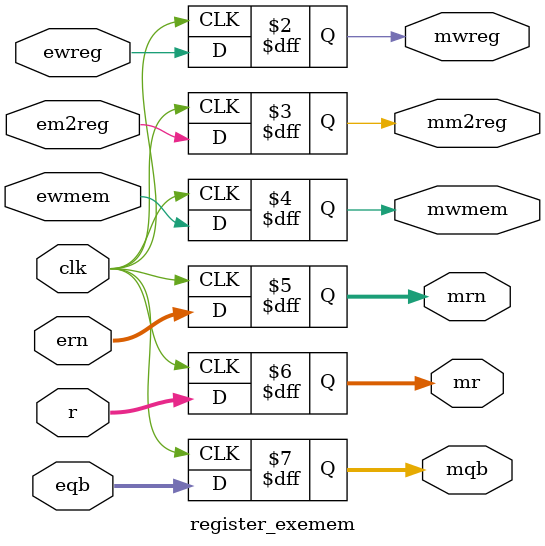
<source format=v>
`timescale 1ns / 1ps

module register_exemem(
    input clk,

    input ewreg, 
    input em2reg, 
    input ewmem, 
    input [4:0] ern,
    input [31:0] r,
    input [31:0] eqb,

    output reg mwreg, 
    output reg mm2reg, 
    output reg mwmem, 
    output reg [4:0] mrn,
    output reg [31:0] mr,
    output reg [31:0] mqb
    );

    always @ (negedge clk) begin
        mwreg <= ewreg;
        mm2reg <= em2reg;
        mwmem <= ewmem;
        mrn <= ern;
        mr <= r;
        mqb <= eqb; 
    end

endmodule
</source>
